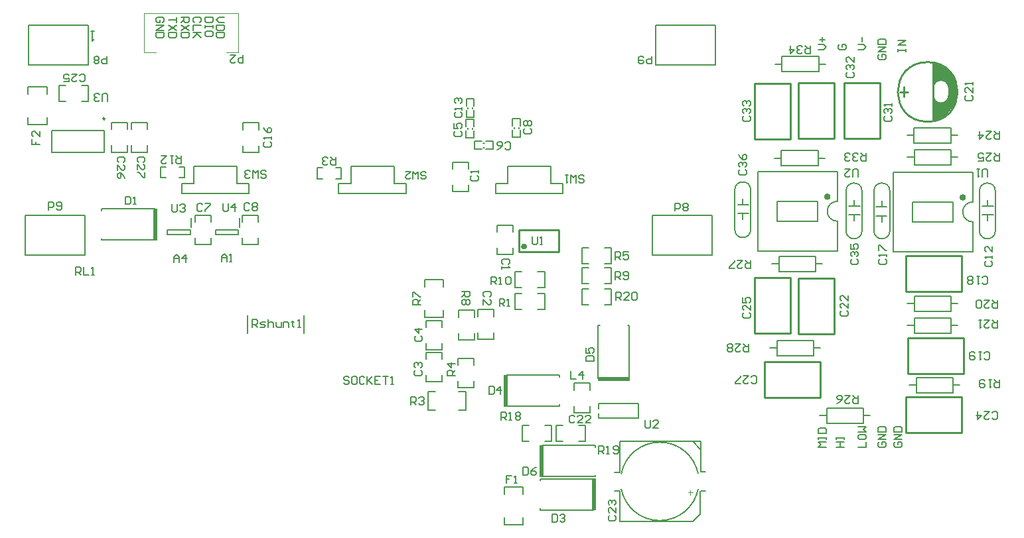
<source format=gto>
G04 Layer_Color=65535*
%FSLAX44Y44*%
%MOMM*%
G71*
G01*
G75*
%ADD22C,0.2000*%
%ADD34C,0.2540*%
%ADD77C,0.1778*%
%ADD78C,0.3810*%
%ADD79C,0.1270*%
%ADD80C,0.2500*%
%ADD81C,0.1524*%
%ADD82C,0.1000*%
%ADD83C,0.2032*%
%ADD84C,0.7620*%
%ADD85C,0.1016*%
%ADD86R,0.5080X4.1656*%
%ADD87R,4.1656X0.5080*%
G36*
X1678940Y1150239D02*
X1687830Y1147953D01*
X1694180Y1152779D01*
X1696212Y1162939D01*
X1693926Y1174369D01*
X1688338Y1178433D01*
X1682750D01*
X1675638Y1173099D01*
Y1200785D01*
X1687322Y1196467D01*
X1699006Y1187323D01*
X1706880Y1167765D01*
X1704848Y1148461D01*
X1690624Y1131189D01*
X1675638Y1125601D01*
X1675384Y1154557D01*
X1678940Y1150239D01*
D02*
G37*
D22*
X1103613Y1097673D02*
X1101613D01*
X1103613Y1091673D02*
X1101613D01*
X1081833Y1117263D02*
Y1115263D01*
X1087833Y1117263D02*
Y1115263D01*
X1088087Y1143317D02*
Y1141317D01*
X1082087Y1143317D02*
Y1141317D01*
X1141269Y1117917D02*
Y1115917D01*
X1147269Y1117917D02*
Y1115917D01*
X1370244Y1248343D02*
X1321561D01*
X1397761D02*
X1321561D01*
X1397761Y1197543D02*
X1321561D01*
X1397761Y1248343D02*
Y1197543D01*
X1321561Y1248343D02*
Y1197543D01*
X570144Y1248343D02*
X521461D01*
X597661D02*
X521461D01*
X597661Y1197543D02*
X521461D01*
X597661Y1248343D02*
Y1197543D01*
X521461Y1248343D02*
Y1197543D01*
X550953Y1113753D02*
Y1085753D01*
X617953Y1113753D02*
Y1085753D01*
X550953D01*
X617953Y1113753D02*
X550953D01*
X803121Y1033253D02*
X717117D01*
Y1045547D02*
Y1033253D01*
X803121Y1045547D02*
Y1033279D01*
X732611Y1045547D02*
X717117D01*
X787627Y1067613D02*
Y1046055D01*
X732611Y1067613D02*
Y1046055D01*
X803121Y1045547D02*
X787627D01*
Y1067613D02*
X732611D01*
X987779D02*
X932763D01*
X1003273Y1045547D02*
X987779D01*
X932763Y1067613D02*
Y1046055D01*
X987779Y1067613D02*
Y1046055D01*
X932763Y1045547D02*
X917269D01*
X1003273D02*
Y1033279D01*
X917269Y1045547D02*
Y1033253D01*
X1003273D02*
X917269D01*
X1203425Y1033255D02*
X1117421D01*
Y1045549D02*
Y1033255D01*
X1203425Y1045549D02*
Y1033281D01*
X1132915Y1045549D02*
X1117421D01*
X1187931Y1067615D02*
Y1046057D01*
X1132915Y1067615D02*
Y1046057D01*
X1203425Y1045549D02*
X1187931D01*
Y1067615D02*
X1132915D01*
X593598Y954034D02*
Y1004834D01*
X517398Y954034D02*
Y1004834D01*
X593598D01*
X517398Y954034D02*
X593598D01*
X544915D02*
X593598D01*
X789454Y980386D02*
Y986386D01*
X760454Y980386D02*
X789454D01*
X760454D02*
Y986386D01*
X789454D01*
X790954Y989886D02*
Y1001886D01*
X1393698Y954034D02*
Y1004834D01*
X1317498Y954034D02*
Y1004834D01*
X1393698D01*
X1317498Y954034D02*
X1393698D01*
X1345015D02*
X1393698D01*
X1248664Y758353D02*
Y764968D01*
X1299464D01*
Y745918D02*
Y764968D01*
X1248664Y745918D02*
X1299464D01*
X1248664D02*
Y752003D01*
X872680Y854538D02*
Y877538D01*
X801180Y854538D02*
Y877538D01*
X729486Y989886D02*
Y1001886D01*
X698986Y986386D02*
X727986D01*
X698986Y980386D02*
Y986386D01*
Y980386D02*
X727986D01*
Y986386D01*
D34*
X1685798Y1148207D02*
G03*
X1695704Y1157859I127J9779D01*
G01*
X1675892Y1157351D02*
G03*
X1685798Y1148207I9525J381D01*
G01*
X1695704Y1169289D02*
G03*
X1685290Y1178179I-9652J-762D01*
G01*
X1685293Y1178199D02*
G03*
X1675892Y1169289I124J-9545D01*
G01*
X1668780Y1201039D02*
G03*
X1668780Y1201039I0J-38100D01*
G01*
X1695704Y1156081D02*
Y1170051D01*
X1675892Y1156843D02*
Y1169289D01*
X1638300Y1156589D02*
Y1169289D01*
X1643380Y1162939D02*
X1633220D01*
X1675638Y1126363D02*
Y1200531D01*
X1549400Y853440D02*
Y924560D01*
Y853440D02*
X1503680D01*
Y924560D01*
X1549400D02*
X1503680D01*
X1711800Y727080D02*
X1640680D01*
Y772800D01*
X1711800D02*
X1640680D01*
X1711800Y727080D02*
Y772800D01*
X1493360Y854080D02*
Y925200D01*
Y854080D02*
X1447640D01*
Y925200D01*
X1493360D02*
X1447640D01*
X1531620Y817880D02*
X1460500D01*
X1531620Y772160D02*
Y817880D01*
Y772160D02*
X1460500D01*
Y817880D01*
X1711800Y953140D02*
X1640680D01*
X1711800Y907420D02*
Y953140D01*
Y907420D02*
X1640680D01*
Y953140D01*
X1714500Y802640D02*
X1643380D01*
Y848360D01*
X1714500D02*
X1643380D01*
X1714500Y802640D02*
Y848360D01*
X1607660Y1103000D02*
Y1174120D01*
Y1103000D02*
X1561940D01*
Y1174120D01*
X1607660D02*
X1561940D01*
X1503520Y1103000D02*
Y1174120D01*
X1549240D02*
X1503520D01*
X1549240Y1103000D02*
Y1174120D01*
Y1103000D02*
X1503520D01*
X1448040Y1102860D02*
Y1173980D01*
X1493760D02*
X1448040D01*
X1493760Y1102860D02*
Y1173980D01*
Y1102860D02*
X1448040D01*
X1147318Y958541D02*
X1198118D01*
Y986464D01*
X1147318D02*
X1198118D01*
X1147318Y958541D02*
Y986464D01*
D77*
X1553796Y1023108D02*
G03*
X1553700Y997720I-430J-12693D01*
G01*
X1726556Y1022248D02*
G03*
X1726460Y996860I-430J-12693D01*
G01*
X1755140Y1036320D02*
G03*
X1734820Y1036320I-10160J0D01*
G01*
Y985520D02*
G03*
X1755140Y985520I10160J0D01*
G01*
X1600200D02*
G03*
X1620520Y985520I10160J0D01*
G01*
Y1036320D02*
G03*
X1600200Y1036320I-10160J0D01*
G01*
X1584960D02*
G03*
X1564640Y1036320I-10160J0D01*
G01*
Y985520D02*
G03*
X1584960Y985520I10160J0D01*
G01*
X1443060Y1037820D02*
G03*
X1422740Y1037820I-10160J0D01*
G01*
Y987020D02*
G03*
X1443060Y987020I10160J0D01*
G01*
X1553700Y1023120D02*
Y1061220D01*
Y959620D02*
Y997466D01*
Y1061220D02*
X1452100D01*
Y959620D02*
Y1061220D01*
X1553700Y959620D02*
X1452100D01*
X1476992Y997720D02*
Y1023120D01*
X1528046D02*
X1476992D01*
X1528046Y997720D02*
Y1023120D01*
Y997720D02*
X1476992D01*
X1726460Y1022260D02*
Y1060360D01*
Y958760D02*
Y996606D01*
Y1060360D02*
X1624860D01*
Y958760D02*
Y1060360D01*
X1726460Y958760D02*
X1624860D01*
X1649752Y996860D02*
Y1022260D01*
X1700806D02*
X1649752D01*
X1700806Y996860D02*
Y1022260D01*
Y996860D02*
X1649752D01*
X1538708Y1198420D02*
X1529818D01*
Y1188768D02*
X1482828D01*
Y1198420D02*
X1474192D01*
X1529818Y1208072D02*
X1482828D01*
Y1188768D02*
Y1208072D01*
X1529818Y1188768D02*
Y1208072D01*
X1481982Y1078420D02*
X1473092D01*
X1528972Y1088072D02*
X1481982D01*
X1537608Y1078420D02*
X1528972D01*
Y1068768D02*
X1481982D01*
X1528972D02*
Y1088072D01*
X1481982Y1068768D02*
Y1088072D01*
X1476502Y835660D02*
X1467612D01*
X1523492Y845312D02*
X1476502D01*
X1532128Y835660D02*
X1523492D01*
Y826008D02*
X1476502D01*
X1523492D02*
Y845312D01*
X1476502Y826008D02*
Y845312D01*
X1478882Y942980D02*
X1469992D01*
X1525872Y952632D02*
X1478882D01*
X1534508Y942980D02*
X1525872D01*
Y933328D02*
X1478882D01*
X1525872D02*
Y952632D01*
X1478882Y933328D02*
Y952632D01*
X1540002Y749300D02*
X1531112D01*
X1586992Y758952D02*
X1540002D01*
X1595628Y749300D02*
X1586992D01*
Y739648D02*
X1540002D01*
X1586992D02*
Y758952D01*
X1540002Y739648D02*
Y758952D01*
X1707388Y1107440D02*
X1698498D01*
Y1097788D02*
X1651508D01*
Y1107440D02*
X1642872D01*
X1698498Y1117092D02*
X1651508D01*
Y1097788D02*
Y1117092D01*
X1698498Y1097788D02*
Y1117092D01*
X1651762Y1079500D02*
X1642872D01*
X1698752Y1089152D02*
X1651762D01*
X1707388Y1079500D02*
X1698752D01*
Y1069848D02*
X1651762D01*
X1698752D02*
Y1089152D01*
X1651762Y1069848D02*
Y1089152D01*
X1651602Y864240D02*
X1642712D01*
X1698592Y873892D02*
X1651602D01*
X1707228Y864240D02*
X1698592D01*
Y854588D02*
X1651602D01*
X1698592D02*
Y873892D01*
X1651602Y854588D02*
Y873892D01*
X1654142Y788040D02*
X1645252D01*
X1701132Y797692D02*
X1654142D01*
X1709768Y788040D02*
X1701132D01*
Y778388D02*
X1654142D01*
X1701132D02*
Y797692D01*
X1654142Y778388D02*
Y797692D01*
X1651602Y892180D02*
X1642712D01*
X1698592Y901832D02*
X1651602D01*
X1707228Y892180D02*
X1698592D01*
Y882528D02*
X1651602D01*
X1698592D02*
Y901832D01*
X1651602Y882528D02*
Y901832D01*
X1755140Y985520D02*
Y1036320D01*
X1734820Y985520D02*
Y1036320D01*
X1752600Y1017270D02*
X1738630D01*
X1752600Y1005840D02*
X1738630D01*
X1744980Y1017270D02*
Y1024890D01*
Y998220D02*
Y1005840D01*
X1600200Y985520D02*
Y1036320D01*
X1620520Y985520D02*
Y1036320D01*
X1616710Y1004570D02*
X1602740D01*
X1616710Y1016000D02*
X1602740D01*
X1610360Y996950D02*
Y1004570D01*
Y1016000D02*
Y1023620D01*
X1584960Y985520D02*
Y1036320D01*
X1564640Y985520D02*
Y1036320D01*
X1582420Y1017270D02*
X1568450D01*
X1582420Y1005840D02*
X1568450D01*
X1574800Y1017270D02*
Y1024890D01*
Y998220D02*
Y1005840D01*
X1443060Y987020D02*
Y1037820D01*
X1422740Y987020D02*
Y1037820D01*
X1440520Y1018770D02*
X1426550D01*
X1440520Y1007340D02*
X1426550D01*
X1432900Y1018770D02*
Y1026390D01*
Y999720D02*
Y1007340D01*
X720846Y1053203D02*
X714247D01*
X720846Y1067038D02*
Y1053203D01*
Y1067038D02*
X714247D01*
X696975D02*
X690375D01*
Y1053203D01*
X696975D02*
X690375D01*
X653033Y1123629D02*
Y1114993D01*
X663193Y1123629D02*
X653033D01*
X673353D02*
X663193D01*
X673353D02*
Y1114993D01*
Y1094673D02*
Y1086037D01*
X663193D01*
X653033D01*
Y1094673D02*
Y1086037D01*
X627633Y1123629D02*
Y1114993D01*
X637793Y1123629D02*
X627633D01*
X647953D02*
X637793D01*
X647953D02*
Y1114993D01*
Y1094673D02*
Y1086037D01*
X637793D01*
X627633D01*
Y1094673D02*
Y1086037D01*
X1083055Y1044127D02*
Y1035491D01*
X1072895D01*
X1062735D01*
Y1044127D02*
Y1035491D01*
Y1073083D02*
Y1064447D01*
X1072895Y1073083D02*
X1062735D01*
X1083055D02*
X1072895D01*
X1083055D02*
Y1064447D01*
X545245Y1130197D02*
Y1121197D01*
X521045D01*
Y1130197D02*
Y1121197D01*
Y1169197D02*
Y1160197D01*
X545245Y1169197D02*
X521045D01*
X545245D02*
Y1160197D01*
X598169Y1170873D02*
X589533D01*
X598169D02*
Y1160713D01*
Y1150553D01*
X589533D01*
X569213D02*
X560577D01*
Y1160713D02*
Y1150553D01*
Y1170873D02*
Y1160713D01*
X569213Y1170873D02*
X560577D01*
X815339Y1094419D02*
Y1085783D01*
X805179D01*
X795019D01*
Y1094419D02*
Y1085783D01*
Y1123375D02*
Y1114739D01*
X805179Y1123375D02*
X795019D01*
X815339D02*
X805179D01*
X815339D02*
Y1114739D01*
X920362Y1052187D02*
X913763D01*
X920362Y1066021D02*
Y1052187D01*
Y1066021D02*
X913763D01*
X896491D02*
X889891D01*
Y1052187D01*
X896491D02*
X889891D01*
X1244600Y671347D02*
Y673632D01*
X1176782Y671347D02*
X1244600D01*
X1176782Y711225D02*
X1244600D01*
Y708940D02*
Y711225D01*
X1285876Y864768D02*
X1288161D01*
Y796950D02*
Y864768D01*
X1248283Y796950D02*
Y864768D01*
X1250568D01*
X1227582Y911250D02*
X1236218D01*
X1227582Y901090D02*
Y911250D01*
Y890930D02*
Y901090D01*
Y890930D02*
X1236218D01*
X1256538D02*
X1265174D01*
Y901090D01*
Y911250D01*
X1256538D02*
X1265174D01*
X1194816Y736498D02*
X1203452D01*
X1194816Y726338D02*
Y736498D01*
Y716178D02*
Y726338D01*
Y716178D02*
X1203452D01*
X1223772D02*
X1232408D01*
Y726338D01*
Y736498D01*
X1223772D02*
X1232408D01*
X1217422Y753008D02*
Y761644D01*
Y753008D02*
X1227582D01*
X1237742D01*
Y761644D01*
Y781964D02*
Y790600D01*
X1227582D02*
X1237742D01*
X1217422D02*
X1227582D01*
X1217422Y781964D02*
Y790600D01*
X1199388Y761263D02*
Y763548D01*
X1131570Y761263D02*
X1199388D01*
X1131570Y801141D02*
X1199388D01*
Y798856D02*
Y801141D01*
X1128360Y610136D02*
Y619136D01*
Y610136D02*
X1152560D01*
Y619136D01*
Y649136D02*
Y658136D01*
X1128360D02*
X1152560D01*
X1128360Y649136D02*
Y658136D01*
X1174748Y666268D02*
Y668553D01*
X1242566D01*
X1174748Y628675D02*
X1242566D01*
X1174748D02*
Y630960D01*
X1151382Y736752D02*
X1160018D01*
X1151382Y726592D02*
Y736752D01*
Y716432D02*
Y726592D01*
Y716432D02*
X1160018D01*
X1180338D02*
X1188974D01*
Y726592D01*
Y736752D01*
X1180338D02*
X1188974D01*
X615190Y1011200D02*
Y1013485D01*
X683008D01*
X615190Y973607D02*
X683008D01*
X615190D02*
Y975892D01*
X734568Y996594D02*
Y1005230D01*
X744728D01*
X754888D01*
Y996594D02*
Y1005230D01*
Y967638D02*
Y976274D01*
X744728Y967638D02*
X754888D01*
X734568D02*
X744728D01*
X734568D02*
Y976274D01*
X794258Y996594D02*
Y1005230D01*
X804418D01*
X814578D01*
Y996594D02*
Y1005230D01*
Y967638D02*
Y976274D01*
X804418Y967638D02*
X814578D01*
X794258D02*
X804418D01*
X794258D02*
Y976274D01*
X1070610Y846226D02*
Y854862D01*
Y846226D02*
X1080770D01*
X1090930D01*
Y854862D01*
Y875182D02*
Y883818D01*
X1080770D02*
X1090930D01*
X1070610D02*
X1080770D01*
X1070610Y875182D02*
Y883818D01*
X1049528Y861974D02*
Y870610D01*
X1039368D02*
X1049528D01*
X1029208D02*
X1039368D01*
X1029208Y861974D02*
Y870610D01*
Y833018D02*
Y841654D01*
Y833018D02*
X1039368D01*
X1049528D01*
Y841654D01*
X1069848Y784758D02*
Y793394D01*
Y784758D02*
X1080008D01*
X1090168D01*
Y793394D01*
Y813714D02*
Y822350D01*
X1080008D02*
X1090168D01*
X1069848D02*
X1080008D01*
X1069848Y813714D02*
Y822350D01*
X1142492Y905154D02*
X1151128D01*
X1142492Y894994D02*
Y905154D01*
Y884834D02*
Y894994D01*
Y884834D02*
X1151128D01*
X1171448D02*
X1180084D01*
Y894994D01*
Y905154D01*
X1171448D02*
X1180084D01*
X1115568Y875944D02*
Y884580D01*
X1105408D02*
X1115568D01*
X1095248D02*
X1105408D01*
X1095248Y875944D02*
Y884580D01*
Y846988D02*
Y855624D01*
Y846988D02*
X1105408D01*
X1115568D01*
Y855624D01*
X1139698Y983894D02*
Y992530D01*
X1129538D02*
X1139698D01*
X1119378D02*
X1129538D01*
X1119378Y983894D02*
Y992530D01*
Y954938D02*
Y963574D01*
Y954938D02*
X1129538D01*
X1139698D01*
Y963574D01*
X1227582Y938174D02*
X1236218D01*
X1227582Y928014D02*
Y938174D01*
Y917854D02*
Y928014D01*
Y917854D02*
X1236218D01*
X1256538D02*
X1265174D01*
Y928014D01*
Y938174D01*
X1256538D02*
X1265174D01*
X1171448Y912774D02*
X1180084D01*
Y922934D01*
Y933094D01*
X1171448D02*
X1180084D01*
X1142492D02*
X1151128D01*
X1142492Y922934D02*
Y933094D01*
Y912774D02*
Y922934D01*
Y912774D02*
X1151128D01*
X1227582Y963574D02*
X1236218D01*
X1227582Y953414D02*
Y963574D01*
Y943254D02*
Y953414D01*
Y943254D02*
X1236218D01*
X1256538D02*
X1265174D01*
Y953414D01*
Y963574D01*
X1256538D02*
X1265174D01*
X1051214Y913826D02*
Y922826D01*
X1027014D02*
X1051214D01*
X1027014Y913826D02*
Y922826D01*
Y874826D02*
Y883826D01*
Y874826D02*
X1051214D01*
Y883826D01*
X1031348Y780094D02*
X1040348D01*
X1031348Y755894D02*
Y780094D01*
Y755894D02*
X1040348D01*
X1070348D02*
X1079348D01*
Y780094D01*
X1070348D02*
X1079348D01*
X1029208Y792378D02*
Y801014D01*
Y792378D02*
X1039368D01*
X1049528D01*
Y801014D01*
Y821334D02*
Y829970D01*
X1039368D02*
X1049528D01*
X1029208D02*
X1039368D01*
X1029208Y821334D02*
Y829970D01*
D78*
X1540746Y1030994D02*
G03*
X1540746Y1030994I0J-2032D01*
G01*
X1713506Y1030134D02*
G03*
X1713506Y1030134I0J-2032D01*
G01*
D79*
X1743069Y946765D02*
X1741403Y945098D01*
Y941766D01*
X1743069Y940100D01*
X1749734D01*
X1751400Y941766D01*
Y945098D01*
X1749734Y946765D01*
X1751400Y950097D02*
Y953429D01*
Y951763D01*
X1741403D01*
X1743069Y950097D01*
X1751400Y965092D02*
Y958427D01*
X1744736Y965092D01*
X1743069D01*
X1741403Y963426D01*
Y960094D01*
X1743069Y958427D01*
X1608125Y949005D02*
X1606459Y947338D01*
Y944006D01*
X1608125Y942340D01*
X1614790D01*
X1616456Y944006D01*
Y947338D01*
X1614790Y949005D01*
X1616456Y952337D02*
Y955669D01*
Y954003D01*
X1606459D01*
X1608125Y952337D01*
X1606459Y960667D02*
Y967332D01*
X1608125D01*
X1614790Y960667D01*
X1616456D01*
X1744980Y1054263D02*
Y1062594D01*
X1743314Y1064260D01*
X1739982D01*
X1738315Y1062594D01*
Y1054263D01*
X1734983Y1064260D02*
X1731651D01*
X1733317D01*
Y1054263D01*
X1734983Y1055929D01*
X1579880Y1054263D02*
Y1062594D01*
X1578214Y1064260D01*
X1574882D01*
X1573215Y1062594D01*
Y1054263D01*
X1563219Y1064260D02*
X1569883D01*
X1563219Y1057596D01*
Y1055929D01*
X1564885Y1054263D01*
X1568217D01*
X1569883Y1055929D01*
X1738315Y918769D02*
X1739982Y917103D01*
X1743314D01*
X1744980Y918769D01*
Y925434D01*
X1743314Y927100D01*
X1739982D01*
X1738315Y925434D01*
X1734983Y927100D02*
X1731651D01*
X1733317D01*
Y917103D01*
X1734983Y918769D01*
X1726653D02*
X1724986Y917103D01*
X1721654D01*
X1719988Y918769D01*
Y920435D01*
X1721654Y922102D01*
X1719988Y923768D01*
Y925434D01*
X1721654Y927100D01*
X1724986D01*
X1726653Y925434D01*
Y923768D01*
X1724986Y922102D01*
X1726653Y920435D01*
Y918769D01*
X1724986Y922102D02*
X1721654D01*
X1740856Y822249D02*
X1742522Y820583D01*
X1745854D01*
X1747520Y822249D01*
Y828914D01*
X1745854Y830580D01*
X1742522D01*
X1740856Y828914D01*
X1737523Y830580D02*
X1734191D01*
X1735857D01*
Y820583D01*
X1737523Y822249D01*
X1729193Y828914D02*
X1727526Y830580D01*
X1724194D01*
X1722528Y828914D01*
Y822249D01*
X1724194Y820583D01*
X1727526D01*
X1729193Y822249D01*
Y823915D01*
X1727526Y825582D01*
X1722528D01*
X1718107Y1158300D02*
X1716441Y1156634D01*
Y1153302D01*
X1718107Y1151636D01*
X1724772D01*
X1726438Y1153302D01*
Y1156634D01*
X1724772Y1158300D01*
X1726438Y1168297D02*
Y1161633D01*
X1719774Y1168297D01*
X1718107D01*
X1716441Y1166631D01*
Y1163299D01*
X1718107Y1161633D01*
X1726438Y1171630D02*
Y1174962D01*
Y1173296D01*
X1716441D01*
X1718107Y1171630D01*
X1558849Y882964D02*
X1557183Y881298D01*
Y877966D01*
X1558849Y876300D01*
X1565514D01*
X1567180Y877966D01*
Y881298D01*
X1565514Y882964D01*
X1567180Y892961D02*
Y886297D01*
X1560515Y892961D01*
X1558849D01*
X1557183Y891295D01*
Y887963D01*
X1558849Y886297D01*
X1567180Y902958D02*
Y896294D01*
X1560515Y902958D01*
X1558849D01*
X1557183Y901292D01*
Y897960D01*
X1558849Y896294D01*
X1751015Y746049D02*
X1752682Y744383D01*
X1756014D01*
X1757680Y746049D01*
Y752714D01*
X1756014Y754380D01*
X1752682D01*
X1751015Y752714D01*
X1741019Y754380D02*
X1747683D01*
X1741019Y747716D01*
Y746049D01*
X1742685Y744383D01*
X1746017D01*
X1747683Y746049D01*
X1732688Y754380D02*
Y744383D01*
X1737686Y749382D01*
X1731022D01*
X1434389Y880424D02*
X1432723Y878758D01*
Y875426D01*
X1434389Y873760D01*
X1441054D01*
X1442720Y875426D01*
Y878758D01*
X1441054Y880424D01*
X1442720Y890421D02*
Y883757D01*
X1436055Y890421D01*
X1434389D01*
X1432723Y888755D01*
Y885423D01*
X1434389Y883757D01*
X1432723Y900418D02*
Y893754D01*
X1437722D01*
X1436055Y897086D01*
Y898752D01*
X1437722Y900418D01*
X1441054D01*
X1442720Y898752D01*
Y895420D01*
X1441054Y893754D01*
X1443676Y791769D02*
X1445342Y790103D01*
X1448674D01*
X1450340Y791769D01*
Y798434D01*
X1448674Y800100D01*
X1445342D01*
X1443676Y798434D01*
X1433679Y800100D02*
X1440343D01*
X1433679Y793436D01*
Y791769D01*
X1435345Y790103D01*
X1438677D01*
X1440343Y791769D01*
X1430346Y790103D02*
X1423682D01*
Y791769D01*
X1430346Y798434D01*
Y800100D01*
X1614729Y1131885D02*
X1613063Y1130218D01*
Y1126886D01*
X1614729Y1125220D01*
X1621394D01*
X1623060Y1126886D01*
Y1130218D01*
X1621394Y1131885D01*
X1614729Y1135217D02*
X1613063Y1136883D01*
Y1140215D01*
X1614729Y1141881D01*
X1616396D01*
X1618062Y1140215D01*
Y1138549D01*
Y1140215D01*
X1619728Y1141881D01*
X1621394D01*
X1623060Y1140215D01*
Y1136883D01*
X1621394Y1135217D01*
X1623060Y1145214D02*
Y1148546D01*
Y1146880D01*
X1613063D01*
X1614729Y1145214D01*
X1566469Y1187765D02*
X1564803Y1186098D01*
Y1182766D01*
X1566469Y1181100D01*
X1573134D01*
X1574800Y1182766D01*
Y1186098D01*
X1573134Y1187765D01*
X1566469Y1191097D02*
X1564803Y1192763D01*
Y1196095D01*
X1566469Y1197761D01*
X1568136D01*
X1569802Y1196095D01*
Y1194429D01*
Y1196095D01*
X1571468Y1197761D01*
X1573134D01*
X1574800Y1196095D01*
Y1192763D01*
X1573134Y1191097D01*
X1574800Y1207758D02*
Y1201094D01*
X1568136Y1207758D01*
X1566469D01*
X1564803Y1206092D01*
Y1202760D01*
X1566469Y1201094D01*
X1434389Y1131885D02*
X1432723Y1130218D01*
Y1126886D01*
X1434389Y1125220D01*
X1441054D01*
X1442720Y1126886D01*
Y1130218D01*
X1441054Y1131885D01*
X1434389Y1135217D02*
X1432723Y1136883D01*
Y1140215D01*
X1434389Y1141881D01*
X1436055D01*
X1437722Y1140215D01*
Y1138549D01*
Y1140215D01*
X1439388Y1141881D01*
X1441054D01*
X1442720Y1140215D01*
Y1136883D01*
X1441054Y1135217D01*
X1434389Y1145214D02*
X1432723Y1146880D01*
Y1150212D01*
X1434389Y1151878D01*
X1436055D01*
X1437722Y1150212D01*
Y1148546D01*
Y1150212D01*
X1439388Y1151878D01*
X1441054D01*
X1442720Y1150212D01*
Y1146880D01*
X1441054Y1145214D01*
X1760220Y795020D02*
Y785023D01*
X1755222D01*
X1753555Y786689D01*
Y790022D01*
X1755222Y791688D01*
X1760220D01*
X1756888D02*
X1753555Y795020D01*
X1750223D02*
X1746891D01*
X1748557D01*
Y785023D01*
X1750223Y786689D01*
X1741893Y793354D02*
X1740226Y795020D01*
X1736894D01*
X1735228Y793354D01*
Y786689D01*
X1736894Y785023D01*
X1740226D01*
X1741893Y786689D01*
Y788355D01*
X1740226Y790022D01*
X1735228D01*
X1757680Y896620D02*
Y886623D01*
X1752682D01*
X1751015Y888289D01*
Y891622D01*
X1752682Y893288D01*
X1757680D01*
X1754348D02*
X1751015Y896620D01*
X1741019D02*
X1747683D01*
X1741019Y889956D01*
Y888289D01*
X1742685Y886623D01*
X1746017D01*
X1747683Y888289D01*
X1737686D02*
X1736020Y886623D01*
X1732688D01*
X1731022Y888289D01*
Y894954D01*
X1732688Y896620D01*
X1736020D01*
X1737686Y894954D01*
Y888289D01*
X1757680Y871220D02*
Y861223D01*
X1752682D01*
X1751015Y862889D01*
Y866222D01*
X1752682Y867888D01*
X1757680D01*
X1754348D02*
X1751015Y871220D01*
X1741019D02*
X1747683D01*
X1741019Y864556D01*
Y862889D01*
X1742685Y861223D01*
X1746017D01*
X1747683Y862889D01*
X1737686Y871220D02*
X1734354D01*
X1736020D01*
Y861223D01*
X1737686Y862889D01*
X1760220Y1112520D02*
Y1102523D01*
X1755222D01*
X1753555Y1104189D01*
Y1107522D01*
X1755222Y1109188D01*
X1760220D01*
X1756888D02*
X1753555Y1112520D01*
X1743559D02*
X1750223D01*
X1743559Y1105855D01*
Y1104189D01*
X1745225Y1102523D01*
X1748557D01*
X1750223Y1104189D01*
X1735228Y1112520D02*
Y1102523D01*
X1740226Y1107522D01*
X1733562D01*
X1760220Y1084580D02*
Y1074583D01*
X1755222D01*
X1753555Y1076249D01*
Y1079582D01*
X1755222Y1081248D01*
X1760220D01*
X1756888D02*
X1753555Y1084580D01*
X1743559D02*
X1750223D01*
X1743559Y1077915D01*
Y1076249D01*
X1745225Y1074583D01*
X1748557D01*
X1750223Y1076249D01*
X1733562Y1074583D02*
X1740226D01*
Y1079582D01*
X1736894Y1077915D01*
X1735228D01*
X1733562Y1079582D01*
Y1082914D01*
X1735228Y1084580D01*
X1738560D01*
X1740226Y1082914D01*
X1579880Y774700D02*
Y764703D01*
X1574882D01*
X1573215Y766369D01*
Y769702D01*
X1574882Y771368D01*
X1579880D01*
X1576548D02*
X1573215Y774700D01*
X1563219D02*
X1569883D01*
X1563219Y768036D01*
Y766369D01*
X1564885Y764703D01*
X1568217D01*
X1569883Y766369D01*
X1553222Y764703D02*
X1556554Y766369D01*
X1559886Y769702D01*
Y773034D01*
X1558220Y774700D01*
X1554888D01*
X1553222Y773034D01*
Y771368D01*
X1554888Y769702D01*
X1559886D01*
X1442720Y947420D02*
Y937423D01*
X1437722D01*
X1436055Y939089D01*
Y942422D01*
X1437722Y944088D01*
X1442720D01*
X1439388D02*
X1436055Y947420D01*
X1426059D02*
X1432723D01*
X1426059Y940755D01*
Y939089D01*
X1427725Y937423D01*
X1431057D01*
X1432723Y939089D01*
X1422726Y937423D02*
X1416062D01*
Y939089D01*
X1422726Y945754D01*
Y947420D01*
X1440180Y840740D02*
Y830743D01*
X1435182D01*
X1433515Y832409D01*
Y835742D01*
X1435182Y837408D01*
X1440180D01*
X1436848D02*
X1433515Y840740D01*
X1423519D02*
X1430183D01*
X1423519Y834075D01*
Y832409D01*
X1425185Y830743D01*
X1428517D01*
X1430183Y832409D01*
X1420186D02*
X1418520Y830743D01*
X1415188D01*
X1413522Y832409D01*
Y834075D01*
X1415188Y835742D01*
X1413522Y837408D01*
Y839074D01*
X1415188Y840740D01*
X1418520D01*
X1420186Y839074D01*
Y837408D01*
X1418520Y835742D01*
X1420186Y834075D01*
Y832409D01*
X1418520Y835742D02*
X1415188D01*
X1590040Y1084580D02*
Y1074583D01*
X1585042D01*
X1583376Y1076249D01*
Y1079582D01*
X1585042Y1081248D01*
X1590040D01*
X1586708D02*
X1583376Y1084580D01*
X1580043Y1076249D02*
X1578377Y1074583D01*
X1575045D01*
X1573379Y1076249D01*
Y1077915D01*
X1575045Y1079582D01*
X1576711D01*
X1575045D01*
X1573379Y1081248D01*
Y1082914D01*
X1575045Y1084580D01*
X1578377D01*
X1580043Y1082914D01*
X1570046Y1076249D02*
X1568380Y1074583D01*
X1565048D01*
X1563382Y1076249D01*
Y1077915D01*
X1565048Y1079582D01*
X1566714D01*
X1565048D01*
X1563382Y1081248D01*
Y1082914D01*
X1565048Y1084580D01*
X1568380D01*
X1570046Y1082914D01*
X1518920Y1221740D02*
Y1211743D01*
X1513922D01*
X1512256Y1213409D01*
Y1216742D01*
X1513922Y1218408D01*
X1518920D01*
X1515588D02*
X1512256Y1221740D01*
X1508923Y1213409D02*
X1507257Y1211743D01*
X1503925D01*
X1502259Y1213409D01*
Y1215076D01*
X1503925Y1216742D01*
X1505591D01*
X1503925D01*
X1502259Y1218408D01*
Y1220074D01*
X1503925Y1221740D01*
X1507257D01*
X1508923Y1220074D01*
X1493928Y1221740D02*
Y1211743D01*
X1498926Y1216742D01*
X1492262D01*
X1572057Y949005D02*
X1570391Y947338D01*
Y944006D01*
X1572057Y942340D01*
X1578722D01*
X1580388Y944006D01*
Y947338D01*
X1578722Y949005D01*
X1572057Y952337D02*
X1570391Y954003D01*
Y957335D01*
X1572057Y959001D01*
X1573723D01*
X1575390Y957335D01*
Y955669D01*
Y957335D01*
X1577056Y959001D01*
X1578722D01*
X1580388Y957335D01*
Y954003D01*
X1578722Y952337D01*
X1570391Y968998D02*
Y962334D01*
X1575390D01*
X1573723Y965666D01*
Y967332D01*
X1575390Y968998D01*
X1578722D01*
X1580388Y967332D01*
Y964000D01*
X1578722Y962334D01*
X1429309Y1063305D02*
X1427643Y1061638D01*
Y1058306D01*
X1429309Y1056640D01*
X1435974D01*
X1437640Y1058306D01*
Y1061638D01*
X1435974Y1063305D01*
X1429309Y1066637D02*
X1427643Y1068303D01*
Y1071635D01*
X1429309Y1073301D01*
X1430975D01*
X1432642Y1071635D01*
Y1069969D01*
Y1071635D01*
X1434308Y1073301D01*
X1435974D01*
X1437640Y1071635D01*
Y1068303D01*
X1435974Y1066637D01*
X1427643Y1083298D02*
X1429309Y1079966D01*
X1432642Y1076634D01*
X1435974D01*
X1437640Y1078300D01*
Y1081632D01*
X1435974Y1083298D01*
X1434308D01*
X1432642Y1081632D01*
Y1076634D01*
X1630843Y1214120D02*
Y1217452D01*
Y1215786D01*
X1640840D01*
Y1214120D01*
Y1217452D01*
Y1222451D02*
X1630843D01*
X1640840Y1229115D01*
X1630843D01*
X1607109Y1210624D02*
X1605443Y1208958D01*
Y1205626D01*
X1607109Y1203960D01*
X1613774D01*
X1615440Y1205626D01*
Y1208958D01*
X1613774Y1210624D01*
X1610442D01*
Y1207292D01*
X1615440Y1213957D02*
X1605443D01*
X1615440Y1220621D01*
X1605443D01*
Y1223954D02*
X1615440D01*
Y1228952D01*
X1613774Y1230618D01*
X1607109D01*
X1605443Y1228952D01*
Y1223954D01*
X1580043Y1216660D02*
X1586708D01*
X1590040Y1219992D01*
X1586708Y1223325D01*
X1580043D01*
X1585042Y1226657D02*
Y1233321D01*
X1556309Y1223325D02*
X1554643Y1221658D01*
Y1218326D01*
X1556309Y1216660D01*
X1562974D01*
X1564640Y1218326D01*
Y1221658D01*
X1562974Y1223325D01*
X1559642D01*
Y1219992D01*
X1529243Y1216660D02*
X1535908D01*
X1539240Y1219992D01*
X1535908Y1223325D01*
X1529243D01*
X1534242Y1226657D02*
Y1233321D01*
X1530909Y1229989D02*
X1537574D01*
X1627429Y715324D02*
X1625763Y713658D01*
Y710326D01*
X1627429Y708660D01*
X1634094D01*
X1635760Y710326D01*
Y713658D01*
X1634094Y715324D01*
X1630762D01*
Y711992D01*
X1635760Y718657D02*
X1625763D01*
X1635760Y725321D01*
X1625763D01*
Y728654D02*
X1635760D01*
Y733652D01*
X1634094Y735318D01*
X1627429D01*
X1625763Y733652D01*
Y728654D01*
X1607109Y715324D02*
X1605443Y713658D01*
Y710326D01*
X1607109Y708660D01*
X1613774D01*
X1615440Y710326D01*
Y713658D01*
X1613774Y715324D01*
X1610442D01*
Y711992D01*
X1615440Y718657D02*
X1605443D01*
X1615440Y725321D01*
X1605443D01*
Y728654D02*
X1615440D01*
Y733652D01*
X1613774Y735318D01*
X1607109D01*
X1605443Y733652D01*
Y728654D01*
X1580043Y708660D02*
X1590040D01*
Y715324D01*
X1580043Y723655D02*
Y720323D01*
X1581709Y718657D01*
X1588374D01*
X1590040Y720323D01*
Y723655D01*
X1588374Y725321D01*
X1581709D01*
X1580043Y723655D01*
Y728654D02*
X1590040D01*
X1586708Y731986D01*
X1590040Y735318D01*
X1580043D01*
X1552103Y708660D02*
X1562100D01*
X1557102D01*
Y715324D01*
X1552103D01*
X1562100D01*
X1552103Y718657D02*
Y721989D01*
Y720323D01*
X1562100D01*
Y718657D01*
Y721989D01*
X1539240Y708660D02*
X1529243D01*
X1532576Y711992D01*
X1529243Y715324D01*
X1539240D01*
X1529243Y718657D02*
Y721989D01*
Y720323D01*
X1539240D01*
Y718657D01*
Y721989D01*
X1529243Y726987D02*
X1539240D01*
Y731986D01*
X1537574Y733652D01*
X1530909D01*
X1529243Y731986D01*
Y726987D01*
X622553Y1150716D02*
Y1159047D01*
X620886Y1160713D01*
X617554D01*
X615888Y1159047D01*
Y1150716D01*
X612556Y1152382D02*
X610890Y1150716D01*
X607557D01*
X605891Y1152382D01*
Y1154048D01*
X607557Y1155714D01*
X609224D01*
X607557D01*
X605891Y1157380D01*
Y1159047D01*
X607557Y1160713D01*
X610890D01*
X612556Y1159047D01*
X525952Y1102757D02*
Y1096093D01*
X530950D01*
Y1099425D01*
Y1096093D01*
X535949D01*
Y1112754D02*
Y1106089D01*
X529284Y1112754D01*
X527618D01*
X525952Y1111088D01*
Y1107756D01*
X527618Y1106089D01*
X586932Y1177528D02*
X588598Y1175862D01*
X591931D01*
X593597Y1177528D01*
Y1184193D01*
X591931Y1185859D01*
X588598D01*
X586932Y1184193D01*
X576935Y1185859D02*
X583600D01*
X576935Y1179194D01*
Y1177528D01*
X578601Y1175862D01*
X581934D01*
X583600Y1177528D01*
X566939Y1175862D02*
X573603D01*
Y1180860D01*
X570271Y1179194D01*
X568605D01*
X566939Y1180860D01*
Y1184193D01*
X568605Y1185859D01*
X571937D01*
X573603Y1184193D01*
X1316481Y1208719D02*
Y1198722D01*
X1311482D01*
X1309816Y1200388D01*
Y1203720D01*
X1311482Y1205386D01*
X1316481D01*
X1306484Y1207053D02*
X1304818Y1208719D01*
X1301485D01*
X1299819Y1207053D01*
Y1200388D01*
X1301485Y1198722D01*
X1304818D01*
X1306484Y1200388D01*
Y1202054D01*
X1304818Y1203720D01*
X1299819D01*
X621791Y1208719D02*
Y1198722D01*
X616792D01*
X615126Y1200388D01*
Y1203720D01*
X616792Y1205386D01*
X621791D01*
X611794Y1200388D02*
X610128Y1198722D01*
X606796D01*
X605129Y1200388D01*
Y1202054D01*
X606796Y1203720D01*
X605129Y1205386D01*
Y1207053D01*
X606796Y1208719D01*
X610128D01*
X611794Y1207053D01*
Y1205386D01*
X610128Y1203720D01*
X611794Y1202054D01*
Y1200388D01*
X610128Y1203720D02*
X606796D01*
X716025Y1081211D02*
Y1071214D01*
X711026D01*
X709360Y1072880D01*
Y1076212D01*
X711026Y1077878D01*
X716025D01*
X712692D02*
X709360Y1081211D01*
X706028D02*
X702696D01*
X704362D01*
Y1071214D01*
X706028Y1072880D01*
X691033Y1081211D02*
X697697D01*
X691033Y1074546D01*
Y1072880D01*
X692699Y1071214D01*
X696031D01*
X697697Y1072880D01*
X795527Y1209735D02*
Y1199738D01*
X790528D01*
X788862Y1201404D01*
Y1204736D01*
X790528Y1206402D01*
X795527D01*
X778865Y1209735D02*
X785530D01*
X778865Y1203070D01*
Y1201404D01*
X780531Y1199738D01*
X783864D01*
X785530Y1201404D01*
X668523Y1073328D02*
X670189Y1074994D01*
Y1078326D01*
X668523Y1079993D01*
X661859D01*
X660193Y1078326D01*
Y1074994D01*
X661859Y1073328D01*
X660193Y1063331D02*
Y1069996D01*
X666857Y1063331D01*
X668523D01*
X670189Y1064997D01*
Y1068330D01*
X668523Y1069996D01*
X670189Y1059999D02*
Y1053335D01*
X668523D01*
X661859Y1059999D01*
X660193D01*
X643123Y1073008D02*
X644789Y1074674D01*
Y1078007D01*
X643123Y1079673D01*
X636459D01*
X634793Y1078007D01*
Y1074674D01*
X636459Y1073008D01*
X634793Y1063011D02*
Y1069676D01*
X641457Y1063011D01*
X643123D01*
X644789Y1064678D01*
Y1068010D01*
X643123Y1069676D01*
X644789Y1053015D02*
X643123Y1056347D01*
X639791Y1059679D01*
X636459D01*
X634793Y1058013D01*
Y1054681D01*
X636459Y1053015D01*
X638125D01*
X639791Y1054681D01*
Y1059679D01*
X1066596Y1136897D02*
X1064930Y1135231D01*
Y1131899D01*
X1066596Y1130233D01*
X1073260D01*
X1074927Y1131899D01*
Y1135231D01*
X1073260Y1136897D01*
X1074927Y1140229D02*
Y1143562D01*
Y1141896D01*
X1064930D01*
X1066596Y1140229D01*
Y1148560D02*
X1064930Y1150226D01*
Y1153559D01*
X1066596Y1155225D01*
X1068262D01*
X1069928Y1153559D01*
Y1151892D01*
Y1153559D01*
X1071594Y1155225D01*
X1073260D01*
X1074927Y1153559D01*
Y1150226D01*
X1073260Y1148560D01*
X1155218Y1116119D02*
X1153552Y1114453D01*
Y1111121D01*
X1155218Y1109455D01*
X1161882D01*
X1163549Y1111121D01*
Y1114453D01*
X1161882Y1116119D01*
X1155218Y1119452D02*
X1153552Y1121118D01*
Y1124450D01*
X1155218Y1126116D01*
X1156884D01*
X1158550Y1124450D01*
X1160216Y1126116D01*
X1161882D01*
X1163549Y1124450D01*
Y1121118D01*
X1161882Y1119452D01*
X1160216D01*
X1158550Y1121118D01*
X1156884Y1119452D01*
X1155218D01*
X1158550Y1121118D02*
Y1124450D01*
X1129566Y1090842D02*
X1131232Y1089176D01*
X1134565D01*
X1136231Y1090842D01*
Y1097506D01*
X1134565Y1099173D01*
X1131232D01*
X1129566Y1097506D01*
X1119569Y1089176D02*
X1122902Y1090842D01*
X1126234Y1094174D01*
Y1097506D01*
X1124568Y1099173D01*
X1121236D01*
X1119569Y1097506D01*
Y1095840D01*
X1121236Y1094174D01*
X1126234D01*
X1066342Y1112767D02*
X1064676Y1111101D01*
Y1107769D01*
X1066342Y1106103D01*
X1073007D01*
X1074673Y1107769D01*
Y1111101D01*
X1073007Y1112767D01*
X1064676Y1122764D02*
Y1116099D01*
X1069674D01*
X1068008Y1119432D01*
Y1121098D01*
X1069674Y1122764D01*
X1073007D01*
X1074673Y1121098D01*
Y1117766D01*
X1073007Y1116099D01*
X1087424Y1056125D02*
X1085758Y1054459D01*
Y1051127D01*
X1087424Y1049461D01*
X1094089D01*
X1095755Y1051127D01*
Y1054459D01*
X1094089Y1056125D01*
X1095755Y1059457D02*
Y1062790D01*
Y1061124D01*
X1085758D01*
X1087424Y1059457D01*
X823010Y1099051D02*
X821344Y1097385D01*
Y1094053D01*
X823010Y1092387D01*
X829675D01*
X831341Y1094053D01*
Y1097385D01*
X829675Y1099051D01*
X831341Y1102383D02*
Y1105716D01*
Y1104050D01*
X821344D01*
X823010Y1102383D01*
X821344Y1117379D02*
X823010Y1114046D01*
X826342Y1110714D01*
X829675D01*
X831341Y1112380D01*
Y1115713D01*
X829675Y1117379D01*
X828008D01*
X826342Y1115713D01*
Y1110714D01*
X913509Y1079941D02*
Y1069944D01*
X908510D01*
X906844Y1071610D01*
Y1074942D01*
X908510Y1076608D01*
X913509D01*
X910176D02*
X906844Y1079941D01*
X903512Y1071610D02*
X901846Y1069944D01*
X898513D01*
X896847Y1071610D01*
Y1073276D01*
X898513Y1074942D01*
X900180D01*
X898513D01*
X896847Y1076608D01*
Y1078275D01*
X898513Y1079941D01*
X901846D01*
X903512Y1078275D01*
X1223456Y1048242D02*
X1225122Y1046576D01*
X1228455D01*
X1230121Y1048242D01*
Y1049908D01*
X1228455Y1051574D01*
X1225122D01*
X1223456Y1053240D01*
Y1054907D01*
X1225122Y1056573D01*
X1228455D01*
X1230121Y1054907D01*
X1220124Y1046576D02*
Y1056573D01*
X1216792Y1053240D01*
X1213459Y1056573D01*
Y1046576D01*
X1210127Y1056573D02*
X1206795D01*
X1208461D01*
Y1046576D01*
X1210127Y1048242D01*
X1022288Y1053068D02*
X1023954Y1051402D01*
X1027287D01*
X1028953Y1053068D01*
Y1054734D01*
X1027287Y1056400D01*
X1023954D01*
X1022288Y1058066D01*
Y1059733D01*
X1023954Y1061399D01*
X1027287D01*
X1028953Y1059733D01*
X1018956Y1051402D02*
Y1061399D01*
X1015624Y1058066D01*
X1012291Y1061399D01*
Y1051402D01*
X1002295Y1061399D02*
X1008959D01*
X1002295Y1054734D01*
Y1053068D01*
X1003961Y1051402D01*
X1007293D01*
X1008959Y1053068D01*
X818072Y1054084D02*
X819738Y1052418D01*
X823071D01*
X824737Y1054084D01*
Y1055750D01*
X823071Y1057416D01*
X819738D01*
X818072Y1059082D01*
Y1060749D01*
X819738Y1062415D01*
X823071D01*
X824737Y1060749D01*
X814740Y1052418D02*
Y1062415D01*
X811408Y1059082D01*
X808075Y1062415D01*
Y1052418D01*
X804743Y1054084D02*
X803077Y1052418D01*
X799745D01*
X798079Y1054084D01*
Y1055750D01*
X799745Y1057416D01*
X801411D01*
X799745D01*
X798079Y1059082D01*
Y1060749D01*
X799745Y1062415D01*
X803077D01*
X804743Y1060749D01*
X771649Y1258493D02*
X764985D01*
X761652Y1255161D01*
X764985Y1251828D01*
X771649D01*
Y1248496D02*
X761652D01*
Y1243498D01*
X763318Y1241832D01*
X769983D01*
X771649Y1243498D01*
Y1248496D01*
Y1238499D02*
X761652D01*
Y1233501D01*
X763318Y1231835D01*
X769983D01*
X771649Y1233501D01*
Y1238499D01*
X756649Y1258493D02*
X746652D01*
Y1253494D01*
X748318Y1251828D01*
X754983D01*
X756649Y1253494D01*
Y1258493D01*
Y1248496D02*
Y1245164D01*
Y1246830D01*
X746652D01*
Y1248496D01*
Y1245164D01*
X756649Y1235167D02*
Y1238499D01*
X754983Y1240165D01*
X748318D01*
X746652Y1238499D01*
Y1235167D01*
X748318Y1233501D01*
X754983D01*
X756649Y1235167D01*
X739983Y1251828D02*
X741649Y1253494D01*
Y1256827D01*
X739983Y1258493D01*
X733318D01*
X731652Y1256827D01*
Y1253494D01*
X733318Y1251828D01*
X741649Y1248496D02*
X731652D01*
Y1241832D01*
X741649Y1238499D02*
X731652D01*
X734985D01*
X741649Y1231835D01*
X736651Y1236833D01*
X731652Y1231835D01*
X716652Y1258493D02*
X726649D01*
Y1253494D01*
X724983Y1251828D01*
X721651D01*
X719985Y1253494D01*
Y1258493D01*
Y1255161D02*
X716652Y1251828D01*
X726649Y1248496D02*
X716652Y1241832D01*
X726649D02*
X716652Y1248496D01*
X726649Y1238499D02*
X716652D01*
Y1233501D01*
X718318Y1231835D01*
X724983D01*
X726649Y1233501D01*
Y1238499D01*
X710649Y1258493D02*
Y1251828D01*
Y1255161D01*
X700652D01*
X710649Y1248496D02*
X700652Y1241832D01*
X710649D02*
X700652Y1248496D01*
X710649Y1238499D02*
X700652D01*
Y1233501D01*
X702318Y1231835D01*
X708983D01*
X710649Y1233501D01*
Y1238499D01*
X692983Y1251828D02*
X694649Y1253494D01*
Y1256827D01*
X692983Y1258493D01*
X686319D01*
X684652Y1256827D01*
Y1253494D01*
X686319Y1251828D01*
X689651D01*
Y1255161D01*
X684652Y1248496D02*
X694649D01*
X684652Y1241832D01*
X694649D01*
Y1238499D02*
X684652D01*
Y1233501D01*
X686319Y1231835D01*
X692983D01*
X694649Y1233501D01*
Y1238499D01*
X1375954Y675124D02*
G03*
X1277896Y675124I-49029J-9806D01*
G01*
X1277867Y655318D02*
G03*
X1375925Y655318I49029J9806D01*
G01*
X1276146Y613624D02*
Y653374D01*
X1269146D02*
X1276146D01*
Y613624D02*
X1368896D01*
X1276146Y676874D02*
X1276146Y676874D01*
X1276146Y676874D02*
Y716624D01*
X1379146Y652874D02*
X1385646D01*
X1379146Y677874D02*
X1385646D01*
X1378896Y623624D02*
Y652874D01*
X1368896Y613624D02*
X1378896Y623624D01*
X1269396Y676874D02*
X1276146D01*
X1379146Y677874D02*
Y691624D01*
X1368896Y716624D02*
X1378896Y706624D01*
X1379146Y677874D02*
Y698124D01*
X1379146Y698124D01*
X1379146Y677874D02*
Y706624D01*
Y677874D02*
Y716624D01*
X1379146Y716624D01*
X1276146D02*
X1379146D01*
X547198Y1011734D02*
Y1021731D01*
X552196D01*
X553862Y1020065D01*
Y1016733D01*
X552196Y1015067D01*
X547198D01*
X557195Y1013400D02*
X558861Y1011734D01*
X562193D01*
X563859Y1013400D01*
Y1020065D01*
X562193Y1021731D01*
X558861D01*
X557195Y1020065D01*
Y1018399D01*
X558861Y1016733D01*
X563859D01*
X769620Y1020561D02*
Y1012230D01*
X771286Y1010564D01*
X774618D01*
X776284Y1012230D01*
Y1020561D01*
X784615Y1010564D02*
Y1020561D01*
X779617Y1015563D01*
X786281D01*
X1134059Y942940D02*
X1135725Y944606D01*
Y947938D01*
X1134059Y949604D01*
X1127394D01*
X1125728Y947938D01*
Y944606D01*
X1127394Y942940D01*
X1125728Y939607D02*
Y936275D01*
Y937941D01*
X1135725D01*
X1134059Y939607D01*
X1109929Y901030D02*
X1111595Y902696D01*
Y906028D01*
X1109929Y907694D01*
X1103264D01*
X1101598Y906028D01*
Y902696D01*
X1103264Y901030D01*
X1101598Y891033D02*
Y897697D01*
X1108262Y891033D01*
X1109929D01*
X1111595Y892699D01*
Y896031D01*
X1109929Y897697D01*
X1015289Y807171D02*
X1013623Y805505D01*
Y802172D01*
X1015289Y800506D01*
X1021954D01*
X1023620Y802172D01*
Y805505D01*
X1021954Y807171D01*
X1015289Y810503D02*
X1013623Y812169D01*
Y815501D01*
X1015289Y817168D01*
X1016955D01*
X1018622Y815501D01*
Y813835D01*
Y815501D01*
X1020288Y817168D01*
X1021954D01*
X1023620Y815501D01*
Y812169D01*
X1021954Y810503D01*
X1015797Y850859D02*
X1014131Y849193D01*
Y845860D01*
X1015797Y844194D01*
X1022462D01*
X1024128Y845860D01*
Y849193D01*
X1022462Y850859D01*
X1024128Y859189D02*
X1014131D01*
X1019130Y854191D01*
Y860855D01*
X1218499Y748131D02*
X1216832Y749797D01*
X1213500D01*
X1211834Y748131D01*
Y741466D01*
X1213500Y739800D01*
X1216832D01*
X1218499Y741466D01*
X1228495Y739800D02*
X1221831D01*
X1228495Y746465D01*
Y748131D01*
X1226829Y749797D01*
X1223497D01*
X1221831Y748131D01*
X1238492Y739800D02*
X1231828D01*
X1238492Y746465D01*
Y748131D01*
X1236826Y749797D01*
X1233494D01*
X1231828Y748131D01*
X1262939Y621497D02*
X1261273Y619831D01*
Y616498D01*
X1262939Y614832D01*
X1269604D01*
X1271270Y616498D01*
Y619831D01*
X1269604Y621497D01*
X1271270Y631493D02*
Y624829D01*
X1264605Y631493D01*
X1262939D01*
X1261273Y629827D01*
Y626495D01*
X1262939Y624829D01*
Y634826D02*
X1261273Y636492D01*
Y639824D01*
X1262939Y641490D01*
X1264605D01*
X1266272Y639824D01*
Y638158D01*
Y639824D01*
X1267938Y641490D01*
X1269604D01*
X1271270Y639824D01*
Y636492D01*
X1269604Y634826D01*
X1189482Y623559D02*
Y613562D01*
X1194480D01*
X1196146Y615228D01*
Y621893D01*
X1194480Y623559D01*
X1189482D01*
X1199479Y621893D02*
X1201145Y623559D01*
X1204477D01*
X1206143Y621893D01*
Y620227D01*
X1204477Y618561D01*
X1202811D01*
X1204477D01*
X1206143Y616894D01*
Y615228D01*
X1204477Y613562D01*
X1201145D01*
X1199479Y615228D01*
X1108964Y786881D02*
Y776884D01*
X1113962D01*
X1115629Y778550D01*
Y785215D01*
X1113962Y786881D01*
X1108964D01*
X1123959Y776884D02*
Y786881D01*
X1118961Y781883D01*
X1125625D01*
X1233079Y818794D02*
X1243076D01*
Y823793D01*
X1241410Y825459D01*
X1234745D01*
X1233079Y823793D01*
Y818794D01*
Y835455D02*
Y828791D01*
X1238078D01*
X1236412Y832123D01*
Y833789D01*
X1238078Y835455D01*
X1241410D01*
X1243076Y833789D01*
Y830457D01*
X1241410Y828791D01*
X1152400Y683249D02*
Y673252D01*
X1157398D01*
X1159064Y674918D01*
Y681583D01*
X1157398Y683249D01*
X1152400D01*
X1169061D02*
X1165729Y681583D01*
X1162397Y678251D01*
Y674918D01*
X1164063Y673252D01*
X1167395D01*
X1169061Y674918D01*
Y676584D01*
X1167395Y678251D01*
X1162397D01*
X1138234Y672835D02*
X1131570D01*
Y667837D01*
X1134902D01*
X1131570D01*
Y662838D01*
X1141567D02*
X1144899D01*
X1143233D01*
Y672835D01*
X1141567Y671169D01*
X1213768Y805947D02*
Y795950D01*
X1220433D01*
X1228763D02*
Y805947D01*
X1223765Y800949D01*
X1230429D01*
X1122426Y888898D02*
Y898895D01*
X1127424D01*
X1129090Y897229D01*
Y893897D01*
X1127424Y892231D01*
X1122426D01*
X1125758D02*
X1129090Y888898D01*
X1132423D02*
X1135755D01*
X1134089D01*
Y898895D01*
X1132423Y897229D01*
X1009396Y763168D02*
Y773165D01*
X1014394D01*
X1016060Y771499D01*
Y768167D01*
X1014394Y766500D01*
X1009396D01*
X1012728D02*
X1016060Y763168D01*
X1019393Y771499D02*
X1021059Y773165D01*
X1024391D01*
X1026057Y771499D01*
Y769833D01*
X1024391Y768167D01*
X1022725D01*
X1024391D01*
X1026057Y766500D01*
Y764834D01*
X1024391Y763168D01*
X1021059D01*
X1019393Y764834D01*
X1066292Y800506D02*
X1056295D01*
Y805505D01*
X1057961Y807171D01*
X1061294D01*
X1062960Y805505D01*
Y800506D01*
Y803839D02*
X1066292Y807171D01*
Y815501D02*
X1056295D01*
X1061294Y810503D01*
Y817168D01*
X1270508Y948334D02*
Y958331D01*
X1275506D01*
X1277172Y956665D01*
Y953333D01*
X1275506Y951666D01*
X1270508D01*
X1273840D02*
X1277172Y948334D01*
X1287169Y958331D02*
X1280505D01*
Y953333D01*
X1283837Y954999D01*
X1285503D01*
X1287169Y953333D01*
Y950000D01*
X1285503Y948334D01*
X1282171D01*
X1280505Y950000D01*
X1021842Y890676D02*
X1011845D01*
Y895675D01*
X1013511Y897341D01*
X1016844D01*
X1018510Y895675D01*
Y890676D01*
Y894008D02*
X1021842Y897341D01*
X1011845Y900673D02*
Y907337D01*
X1013511D01*
X1020176Y900673D01*
X1021842D01*
X1074928Y907694D02*
X1084925D01*
Y902696D01*
X1083259Y901030D01*
X1079926D01*
X1078260Y902696D01*
Y907694D01*
Y904362D02*
X1074928Y901030D01*
X1083259Y897697D02*
X1084925Y896031D01*
Y892699D01*
X1083259Y891033D01*
X1081592D01*
X1079926Y892699D01*
X1078260Y891033D01*
X1076594D01*
X1074928Y892699D01*
Y896031D01*
X1076594Y897697D01*
X1078260D01*
X1079926Y896031D01*
X1081592Y897697D01*
X1083259D01*
X1079926Y896031D02*
Y892699D01*
X1270508Y922934D02*
Y932931D01*
X1275506D01*
X1277172Y931265D01*
Y927933D01*
X1275506Y926266D01*
X1270508D01*
X1273840D02*
X1277172Y922934D01*
X1280505Y924600D02*
X1282171Y922934D01*
X1285503D01*
X1287169Y924600D01*
Y931265D01*
X1285503Y932931D01*
X1282171D01*
X1280505Y931265D01*
Y929599D01*
X1282171Y927933D01*
X1287169D01*
X1112012Y916838D02*
Y926835D01*
X1117010D01*
X1118677Y925169D01*
Y921837D01*
X1117010Y920171D01*
X1112012D01*
X1115344D02*
X1118677Y916838D01*
X1122009D02*
X1125341D01*
X1123675D01*
Y926835D01*
X1122009Y925169D01*
X1130339D02*
X1132006Y926835D01*
X1135338D01*
X1137004Y925169D01*
Y918504D01*
X1135338Y916838D01*
X1132006D01*
X1130339Y918504D01*
Y925169D01*
X1124458Y743864D02*
Y753861D01*
X1129456D01*
X1131123Y752195D01*
Y748863D01*
X1129456Y747197D01*
X1124458D01*
X1127790D02*
X1131123Y743864D01*
X1134455D02*
X1137787D01*
X1136121D01*
Y753861D01*
X1134455Y752195D01*
X1142785D02*
X1144452Y753861D01*
X1147784D01*
X1149450Y752195D01*
Y750529D01*
X1147784Y748863D01*
X1149450Y747197D01*
Y745530D01*
X1147784Y743864D01*
X1144452D01*
X1142785Y745530D01*
Y747197D01*
X1144452Y748863D01*
X1142785Y750529D01*
Y752195D01*
X1144452Y748863D02*
X1147784D01*
X1249172Y700684D02*
Y710681D01*
X1254170D01*
X1255836Y709015D01*
Y705683D01*
X1254170Y704016D01*
X1249172D01*
X1252504D02*
X1255836Y700684D01*
X1259169D02*
X1262501D01*
X1260835D01*
Y710681D01*
X1259169Y709015D01*
X1267499Y702350D02*
X1269166Y700684D01*
X1272498D01*
X1274164Y702350D01*
Y709015D01*
X1272498Y710681D01*
X1269166D01*
X1267499Y709015D01*
Y707349D01*
X1269166Y705683D01*
X1274164D01*
X1271016Y897026D02*
Y907023D01*
X1276014D01*
X1277681Y905357D01*
Y902025D01*
X1276014Y900359D01*
X1271016D01*
X1274348D02*
X1277681Y897026D01*
X1287677D02*
X1281013D01*
X1287677Y903691D01*
Y905357D01*
X1286011Y907023D01*
X1282679D01*
X1281013Y905357D01*
X1291010D02*
X1292676Y907023D01*
X1296008D01*
X1297674Y905357D01*
Y898692D01*
X1296008Y897026D01*
X1292676D01*
X1291010Y898692D01*
Y905357D01*
X1164082Y977889D02*
Y969558D01*
X1165748Y967892D01*
X1169080D01*
X1170747Y969558D01*
Y977889D01*
X1174079Y967892D02*
X1177411D01*
X1175745D01*
Y977889D01*
X1174079Y976223D01*
X1308100Y743469D02*
Y735138D01*
X1309766Y733472D01*
X1313098D01*
X1314765Y735138D01*
Y743469D01*
X1324761Y733472D02*
X1318097D01*
X1324761Y740137D01*
Y741803D01*
X1323095Y743469D01*
X1319763D01*
X1318097Y741803D01*
X645414Y1029197D02*
Y1019200D01*
X650412D01*
X652078Y1020866D01*
Y1027531D01*
X650412Y1029197D01*
X645414D01*
X655411Y1019200D02*
X658743D01*
X657077D01*
Y1029197D01*
X655411Y1027531D01*
X582168Y928776D02*
Y938773D01*
X587166D01*
X588833Y937107D01*
Y933775D01*
X587166Y932109D01*
X582168D01*
X585500D02*
X588833Y928776D01*
X592165Y938773D02*
Y928776D01*
X598829D01*
X602162D02*
X605494D01*
X603828D01*
Y938773D01*
X602162Y937107D01*
X1346198Y1010734D02*
Y1020731D01*
X1351196D01*
X1352863Y1019065D01*
Y1015733D01*
X1351196Y1014066D01*
X1346198D01*
X1356195Y1019065D02*
X1357861Y1020731D01*
X1361193D01*
X1362859Y1019065D01*
Y1017399D01*
X1361193Y1015733D01*
X1362859Y1014066D01*
Y1012400D01*
X1361193Y1010734D01*
X1357861D01*
X1356195Y1012400D01*
Y1014066D01*
X1357861Y1015733D01*
X1356195Y1017399D01*
Y1019065D01*
X1357861Y1015733D02*
X1361193D01*
X807212Y861974D02*
Y871971D01*
X812210D01*
X813876Y870305D01*
Y866973D01*
X812210Y865306D01*
X807212D01*
X810544D02*
X813876Y861974D01*
X817209D02*
X822207D01*
X823873Y863640D01*
X822207Y865306D01*
X818875D01*
X817209Y866973D01*
X818875Y868639D01*
X823873D01*
X827206Y871971D02*
Y861974D01*
Y866973D01*
X828872Y868639D01*
X832204D01*
X833870Y866973D01*
Y861974D01*
X837202Y868639D02*
Y863640D01*
X838868Y861974D01*
X843867D01*
Y868639D01*
X847199Y861974D02*
Y868639D01*
X852197D01*
X853864Y866973D01*
Y861974D01*
X858862Y870305D02*
Y868639D01*
X857196D01*
X860528D01*
X858862D01*
Y863640D01*
X860528Y861974D01*
X865527D02*
X868859D01*
X867193D01*
Y871971D01*
X865527Y870305D01*
X704850Y1019799D02*
Y1011468D01*
X706516Y1009802D01*
X709848D01*
X711515Y1011468D01*
Y1019799D01*
X714847Y1018133D02*
X716513Y1019799D01*
X719845D01*
X721511Y1018133D01*
Y1016467D01*
X719845Y1014801D01*
X718179D01*
X719845D01*
X721511Y1013135D01*
Y1011468D01*
X719845Y1009802D01*
X716513D01*
X714847Y1011468D01*
X743264Y1018895D02*
X741598Y1020561D01*
X738266D01*
X736600Y1018895D01*
Y1012230D01*
X738266Y1010564D01*
X741598D01*
X743264Y1012230D01*
X746597Y1020561D02*
X753261D01*
Y1018895D01*
X746597Y1012230D01*
Y1010564D01*
X803463Y1019657D02*
X801796Y1021323D01*
X798464D01*
X796798Y1019657D01*
Y1012992D01*
X798464Y1011326D01*
X801796D01*
X803463Y1012992D01*
X806795Y1019657D02*
X808461Y1021323D01*
X811793D01*
X813459Y1019657D01*
Y1017991D01*
X811793Y1016325D01*
X813459Y1014659D01*
Y1012992D01*
X811793Y1011326D01*
X808461D01*
X806795Y1012992D01*
Y1014659D01*
X808461Y1016325D01*
X806795Y1017991D01*
Y1019657D01*
X808461Y1016325D02*
X811793D01*
X930462Y797661D02*
X928796Y799327D01*
X925464D01*
X923798Y797661D01*
Y795995D01*
X925464Y794329D01*
X928796D01*
X930462Y792663D01*
Y790996D01*
X928796Y789330D01*
X925464D01*
X923798Y790996D01*
X938793Y799327D02*
X935461D01*
X933795Y797661D01*
Y790996D01*
X935461Y789330D01*
X938793D01*
X940459Y790996D01*
Y797661D01*
X938793Y799327D01*
X950456Y797661D02*
X948790Y799327D01*
X945458D01*
X943792Y797661D01*
Y790996D01*
X945458Y789330D01*
X948790D01*
X950456Y790996D01*
X953788Y799327D02*
Y789330D01*
Y792663D01*
X960453Y799327D01*
X955454Y794329D01*
X960453Y789330D01*
X970450Y799327D02*
X963785D01*
Y789330D01*
X970450D01*
X963785Y794329D02*
X967117D01*
X973782Y799327D02*
X980446D01*
X977114D01*
Y789330D01*
X983779D02*
X987111D01*
X985445D01*
Y799327D01*
X983779Y797661D01*
X767842Y945794D02*
Y952459D01*
X771174Y955791D01*
X774507Y952459D01*
Y945794D01*
Y950793D01*
X767842D01*
X777839Y945794D02*
X781171D01*
X779505D01*
Y955791D01*
X777839Y954125D01*
X707136Y945286D02*
Y951951D01*
X710468Y955283D01*
X713801Y951951D01*
Y945286D01*
Y950285D01*
X707136D01*
X722131Y945286D02*
Y955283D01*
X717133Y950285D01*
X723797D01*
D80*
X616703Y1128753D02*
G03*
X616703Y1128753I1250J0D01*
G01*
D81*
X1114363Y1099673D02*
Y1089673D01*
X1090863Y1099673D02*
X1090863Y1089673D01*
X1100113Y1099673D02*
X1090863D01*
X1114363D02*
X1105113D01*
X1100113Y1089673D02*
X1090863D01*
X1114363D02*
X1105113D01*
X1089833Y1128013D02*
X1079833D01*
X1089833Y1104513D02*
X1079833Y1104513D01*
Y1113763D02*
Y1104513D01*
Y1128013D02*
Y1118763D01*
X1089833Y1113763D02*
Y1104513D01*
Y1128013D02*
Y1118763D01*
X1090087Y1130567D02*
X1080087D01*
X1090087Y1154067D02*
X1080087Y1154067D01*
X1090087Y1154067D02*
Y1144817D01*
Y1139817D02*
Y1130567D01*
X1080087Y1154067D02*
Y1144817D01*
Y1139817D02*
Y1130567D01*
X1149269Y1128667D02*
X1139269D01*
X1149269Y1105167D02*
X1139269Y1105167D01*
Y1114417D02*
Y1105167D01*
Y1128667D02*
Y1119417D01*
X1149269Y1114417D02*
Y1105167D01*
Y1128667D02*
Y1119417D01*
D82*
X684053Y1213393D02*
X669053D01*
X789053D02*
X774053D01*
X669053Y1263393D02*
Y1213393D01*
X789053Y1263393D02*
X669053D01*
X789053D02*
Y1213393D01*
D83*
X605281Y1240723D02*
X601049D01*
X603165D01*
Y1228027D01*
X605281Y1230143D01*
D84*
X1153922Y965399D02*
G03*
X1153915Y965422I-1030J-318D01*
G01*
D85*
X1368896Y650931D02*
X1362971D01*
X1365934Y647968D02*
Y653893D01*
D86*
X1176019Y691286D02*
D03*
X1130807Y781202D02*
D03*
X1243329Y648615D02*
D03*
X683771Y993547D02*
D03*
D87*
X1268222Y796187D02*
D03*
M02*

</source>
